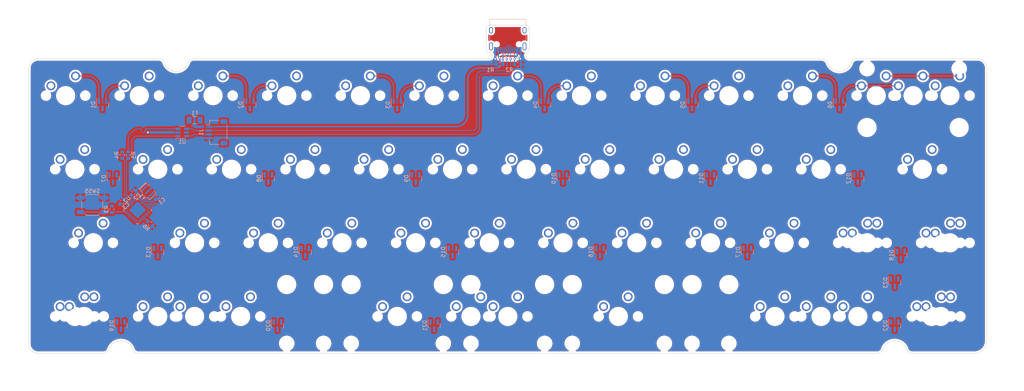
<source format=kicad_pcb>
(kicad_pcb (version 20211014) (generator pcbnew)
  (layers (0 "F.Cu" signal) (31 "B.Cu" signal) (34 "B.Paste" user) (35 "F.Paste" user) (36 "B.SilkS" user "B.Silkscreen") (37 "F.SilkS" user "F.Silkscreen") (38 "B.Mask" user) (39 "F.Mask" user) (44 "Edge.Cuts" user))
  (net 0 "")
  (net 1 "+5V")
  (net 2 "Net-(C3-Pad1)")
  (net 3 "GND")
  (net 4 "Net-(D1-Pad1)")
  (net 5 "Net-(D1-Pad2)")
  (net 6 "Net-(D1-Pad3)")
  (net 7 "Net-(D2-Pad1)")
  (net 8 "Net-(D2-Pad2)")
  (net 9 "Net-(D3-Pad1)")
  (net 10 "Net-(D3-Pad2)")
  (net 11 "Net-(D4-Pad1)")
  (net 12 "Net-(D4-Pad2)")
  (net 13 "Net-(D5-Pad1)")
  (net 14 "Net-(D5-Pad2)")
  (net 15 "Net-(D6-Pad1)")
  (net 16 "Net-(D6-Pad2)")
  (net 17 "Net-(D7-Pad1)")
  (net 18 "Net-(D7-Pad2)")
  (net 19 "Net-(D10-Pad3)")
  (net 20 "Net-(D8-Pad1)")
  (net 21 "Net-(D8-Pad2)")
  (net 22 "Net-(D9-Pad1)")
  (net 23 "Net-(D9-Pad2)")
  (net 24 "Net-(D10-Pad1)")
  (net 25 "Net-(D10-Pad2)")
  (net 26 "Net-(D11-Pad1)")
  (net 27 "Net-(D11-Pad2)")
  (net 28 "Net-(D12-Pad1)")
  (net 29 "Net-(D12-Pad2)")
  (net 30 "Net-(D13-Pad1)")
  (net 31 "Net-(D13-Pad2)")
  (net 32 "Net-(D13-Pad3)")
  (net 33 "Net-(D14-Pad1)")
  (net 34 "Net-(D14-Pad2)")
  (net 35 "Net-(D15-Pad1)")
  (net 36 "Net-(D15-Pad2)")
  (net 37 "Net-(D16-Pad1)")
  (net 38 "Net-(D16-Pad2)")
  (net 39 "Net-(D17-Pad1)")
  (net 40 "Net-(D17-Pad2)")
  (net 41 "Net-(D18-Pad1)")
  (net 42 "Net-(D18-Pad2)")
  (net 43 "Net-(D19-Pad1)")
  (net 44 "Net-(D19-Pad2)")
  (net 45 "Net-(D19-Pad3)")
  (net 46 "Net-(D20-Pad1)")
  (net 47 "Net-(D21-Pad1)")
  (net 48 "Net-(D21-Pad2)")
  (net 49 "Net-(D23-Pad1)")
  (net 50 "Net-(D23-Pad2)")
  (net 51 "VCC")
  (net 52 "UD-")
  (net 53 "UD+")
  (net 55 "Net-(J2-PadB5)")
  (net 57 "Net-(J2-PadA5)")
  (net 59 "RESET")
  (net 60 "Net-(R4-Pad2)")
  (net 61 "Net-(SW1-Pad1)")
  (net 62 "Net-(SW10-Pad2)")
  (net 63 "Net-(SW11-Pad1)")
  (net 64 "Net-(SW12-Pad2)")
  (net 65 "D+")
  (net 66 "D-")
  (net 67 "Net-(U2-Pad1)")
  (net 68 "Net-(U2-Pad2)")
  (net 69 "unconnected-(U2-Pad5)")
  (net 70 "unconnected-(U2-Pad6)")
  (net 71 "unconnected-(U2-Pad7)")
  (net 72 "unconnected-(U2-Pad8)")
  (net 90 "Net-(D22-Pad1)")
  (net 91 "Net-(D22-Pad2)")
  (net 92 "Net-(SW15-Pad2)")
  (net 93 "Net-(SW16-Pad1)")
  (net 94 "Net-(SW17-Pad2)")
  (net 95 "Net-(SW18-Pad1)")
  (net 96 "Net-(SW19-Pad2)")
  (net 97 "Net-(SW20-Pad1)")
  (net 98 "Net-(SW21-Pad2)")
  (net 99 "Net-(SW22-Pad1)")
  (net 100 "Net-(R5-Pad1)")
  (net 101 "Net-(R6-Pad1)")
  (footprint "marbastlib-mx:SW_MX_1u" (layer "F.Cu") (at 65.087501 60.325)
    (fp_text reference "SW15" hide)
    (fp_text value "MX_SW_solder" hide)
  )
  (footprint "marbastlib-mx:SW_MX_1u" (layer "F.Cu") (at 117.475001 41.275)
    (fp_text reference "SW5" hide)
    (fp_text value "MX_SW_solder" hide)
  )
  (footprint "marbastlib-mx:STAB_MX_2u" (layer "F.Cu") (at 184.15 98.425 180)
    (fp_text reference "S3" hide)
    (fp_text value "MX_stab")
  )
  (footprint "marbastlib-mx:SW_MX_1u" (layer "F.Cu") (at 136.525 41.275)
    (fp_text reference "SW6" hide)
    (fp_text value "MX_SW_solder" hide)
  )
  (footprint "marbastlib-mx:SW_MX_1u" (layer "F.Cu") (at 260.350001 41.275001)
    (fp_text reference "SW13" hide)
    (fp_text value "MX_SW_solder" hide)
  )
  (footprint "marbastlib-mx:SW_MX_1.25u" (layer "F.Cu") (at 43.65625 98.425001)
    (fp_text reference "SW39" hide)
    (fp_text value "MX_SW_solder" hide)
  )
  (footprint "marbastlib-mx:SW_MX_1u" (layer "F.Cu") (at 246.0625 98.425001)
    (fp_text reference "SW45" hide)
    (fp_text value "MX_SW_solder" hide)
  )
  (footprint "marbastlib-mx:SW_MX_1.25u" (layer "F.Cu") (at 86.518751 98.425001)
    (fp_text reference "SW41" hide)
    (fp_text value "MX_SW_solder" hide)
  )
  (footprint "marbastlib-mx:SW_MX_1u" (layer "F.Cu") (at 93.6625 79.375)
    (fp_text reference "SW28" hide)
    (fp_text value "MX_SW_solder" hide)
  )
  (footprint "marbastlib-mx:SW_MX_1u" (layer "F.Cu") (at 150.812501 79.375)
    (fp_text reference "SW31" hide)
    (fp_text value "MX_SW_solder" hide)
  )
  (footprint "marbastlib-mx:SW_MX_1.5u" (layer "F.Cu") (at 74.6125 98.425)
    (fp_text reference "SW49" hide)
    (fp_text value "MX_SW_solder" hide)
  )
  (footprint "marbastlib-mx:STAB_MX_2u" (layer "F.Cu") (at 127 98.425001 180)
    (fp_text reference "S4" hide)
    (fp_text value "MX_stab")
  )
  (footprint "marbastlib-mx:SW_MX_1u" (layer "F.Cu") (at 269.875001 41.275001)
    (fp_text reference "SW25" hide)
    (fp_text value "MX_SW_solder" hide)
  )
  (footprint "marbastlib-mx:SW_MX_1.25u" (layer "F.Cu") (at 267.493751 79.375)
    (fp_text reference "SW54" hide)
    (fp_text value "MX_SW_solder" hide)
  )
  (footprint "marbastlib-mx:SW_MX_1u" (layer "F.Cu") (at 246.0625 79.375001)
    (fp_text reference "SW38" hide)
    (fp_text value "MX_SW_solder" hide)
  )
  (footprint "marbastlib-mx:SW_MX_1u" (layer "F.Cu") (at 231.775 41.275)
    (fp_text reference "SW11" hide)
    (fp_text value "MX_SW_solder" hide)
  )
  (footprint "marbastlib-mx:SW_MX_1u" (layer "F.Cu") (at 227.0125 79.375001)
    (fp_text reference "SW35" hide)
    (fp_text value "MX_SW_solder" hide)
  )
  (footprint "marbastlib-mx:SW_MX_1u" (layer "F.Cu") (at 141.287501 60.325)
    (fp_text reference "SW19" hide)
    (fp_text value "MX_SW_solder" hide)
  )
  (footprint "marbastlib-mx:SW_MX_1u" (layer "F.Cu") (at 146.05 98.425001)
    (fp_text reference "SW50" hide)
    (fp_text value "MX_SW_solder" hide)
  )
  (footprint "marbastlib-mx:SW_MX_1u" (layer "F.Cu") (at 98.425 41.275001)
    (fp_text reference "SW4" hide)
    (fp_text value "MX_SW_solder" hide)
  )
  (footprint "marbastlib-mx:SW_MX_1.25u" (layer "F.Cu") (at 43.656251 60.325)
    (fp_text reference "SW14" hide)
    (fp_text value "MX_SW_solder" hide)
  )
  (footprint "marbastlib-mx:SW_MX_1u" (layer "F.Cu") (at 65.087501 98.425)
    (fp_text reference "SW40" hide)
    (fp_text value "MX_SW_solder" hide)
  )
  (footprint "marbastlib-mx:SW_MX_1.75u" (layer "F.Cu") (at 262.731251 60.325)
    (fp_text reference "SW37" hide)
    (fp_text value "MX_SW_solder" hide)
  )
  (footprint "marbastlib-mx:SW_MX_1u" (layer "F.Cu") (at 127 98.425001)
    (fp_text reference "SW42" hide)
    (fp_text value "MX_SW_solder" hide)
  )
  (footprint "marbastlib-mx:SW_MX_1.5u" (layer "F.Cu") (at 236.5375 98.425001)
    (fp_text reference "SW52" hide)
    (fp_text value "MX_SW_solder" hide)
  )
  (footprint "marbastlib-mx:SW_MX_1u" (layer "F.Cu") (at 160.337501 60.325)
    (fp_text reference "SW20" hide)
    (fp_text value "MX_SW_solder" hide)
  )
  (footprint "marbastlib-mx:SW_MX_1.75u" (layer "F.Cu") (at 48.418751 79.375)
    (fp_text reference "SW26" hide)
    (fp_text value "MX_SW_solder" hide)
  )
  (footprint "marbastlib-mx:STAB_MX_2u" (layer "F.Cu") (at 260.350001 41.275001)
    (fp_text reference "S6" hide)
    (fp_text value "MX_stab")
  )
  (footprint "marbastlib-mx:SW_MX_1u" (layer "F.Cu") (at 250.825001 41.275001)
    (fp_text reference "SW12" hide)
    (fp_text value "MX_SW_solder" hide)
  )
  (footprint "marbastlib-mx:SW_MX_1u" (layer "F.Cu") (at 155.575 98.425001)
    (fp_text reference "SW51" hide)
    (fp_text value "MX_SW_solder" hide)
  )
  (footprint "marbastlib-mx:SW_MX_1u" (layer "F.Cu") (at 41.275001 41.275001)
    (fp_text reference "SW1" hide)
    (fp_text value "MX_SW_solder" hide)
  )
  (footprint "marbastlib-mx:STAB_MX_7u" (layer "F.Cu") (at 155.575 98.425001 180)
    (fp_text reference "S7" hide)
    (fp_text value "MX_stab")
  )
  (footprint "marbastlib-mx:SW_MX_1u" (layer "F.Cu") (at 193.675 41.275001)
    (fp_text reference "SW9" hide)
    (fp_text value "MX_SW_solder" hide)
  )
  (footprint "marbastlib-mx:SW_MX_1u" (layer "F.Cu") (at 131.7625 79.375001)
    (fp_text reference "SW30" hide)
    (fp_text value "MX_SW_solder" hide)
  )
  (footprint "marbastlib-mx:SW_MX_1u" (layer "F.Cu") (at 179.3875 60.325)
    (fp_text reference "SW21" hide)
    (fp_text value "MX_SW_solder" hide)
  )
  (footprint "marbastlib-mx:SW_MX_1.25u" (layer "F.Cu") (at 267.49375 98.425001)
    (fp_text reference "SW46" hide)
    (fp_text value "MX_SW_solder" hide)
  )
  (footprint "marbastlib-mx:STAB_MX_3u" (layer "F.Cu") (at 127 98.425001 180)
    (fp_text reference "S1" hide)
    (fp_text value "MX_stab")
  )
  (footprint "marbastlib-mx:SW_MX_1u" (layer "F.Cu") (at 269.875001 79.375)
    (fp_text reference "SW47" hide)
    (fp_text value "MX_SW_solder" hide)
  )
  (footprint "marbastlib-mx:SW_MX_1.25u" (layer "F.Cu") (at 224.63125 98.425001)
    (fp_text reference "SW44" hide)
    (fp_text value "MX_SW_solder" hide)
  )
  (footprint "marbastlib-mx:SW_MX_1u" (layer "F.Cu") (at 198.4375 60.325)
    (fp_text reference "SW22" hide)
    (fp_text value "MX_SW_solder" hide)
  )
  (footprint "marbastlib-mx:SW_MX_1u" (layer "F.Cu") (at 236.537501 60.325)
    (fp_text reference "SW24" hide)
    (fp_text value "MX_SW_solder" hide)
  )
  (footprint "marbastlib-mx:SW_MX_1.5u" (layer "F.Cu") (at 265.1125 98.425001)
    (fp_text reference "SW53" hide)
    (fp_text value "MX_SW_solder" hide)
  )
  (footprint "marbastlib-mx:STAB_MX_3u" (layer "F.Cu") (at 184.15 98.425 180)
    (fp_text reference "S2" hide)
    (fp_text value "MX_stab")
  )
  (footprint "marbastlib-mx:SW_MX_1u" (layer "F.Cu") (at 212.725 41.275001)
    (fp_text reference "SW10" hide)
    (fp_text value "MX_SW_solder" hide)
  )
  (footprint "marbastlib-mx:SW_MX_1u" (layer "F.Cu") (at 188.9125 79.375)
    (fp_text reference "SW33" hide)
    (fp_text value "MX_SW_solder" hide)
  )
  (footprint "marbastlib-mx:SW_MX_1u" (layer "F.Cu") (at 155.575001 41.275001)
    (fp_text reference "SW7" hide)
    (fp_text value "MX_SW_solder" hide)
  )
  (footprint "marbastlib-mx:SW_MX_1u" (layer "F.Cu") (at 217.4875 60.325)
    (fp_text reference "SW23" hide)
    (fp_text value "MX_SW_solder" hide)
  )
  (footprint "marbastlib-mx:SW_MX_1u" (layer "F.Cu") (at 207.9625 79.375)
    (fp_text reference "SW34" hide)
    (fp_text value "MX_SW_solder" hide)
  )
  (footprint "marbastlib-mx:SW_MX_1.5u" (layer "F.Cu") (at 46.0375 98.425001)
    (fp_text reference "SW48" hide)
    (fp_text value "MX_SW_solder" hide)
  )
  (footprint "marbastlib-mx:SW_MX_1u" (layer "F.Cu") (at 60.325001 41.275001)
    (fp_text reference "SW2" hide)
    (fp_text value "MX_SW_solder" hide)
  )
  (footprint "marbastlib-mx:SW_MX_1u" (layer "F.Cu") (at 169.862501 79.375)
    (fp_text reference "SW32" hide)
    (fp_text value "MX_SW_solder" hide)
  )
  (footprint "marbastlib-mx:SW_MX_1u" (layer "F.Cu") (at 174.625 41.275001)
    (fp_text reference "SW8" hide)
    (fp_text value "MX_SW_solder" hide)
  )
  (footprint "marbastlib-mx:SW_MX_1u" (layer "F.Cu") (at 122.2375 60.325)
    (fp_text reference "SW18" hide)
    (fp_text value "MX_SW_solder" hide)
  )
  (footprint "marbastlib-mx:SW_MX_1u" (layer "F.Cu") (at 184.15 98.425)
    (fp_text reference "SW43" hide)
    (fp_text value "MX_SW_solder" hide)
  )
  (footprint "marbastlib-mx:SW_MX_1u" (layer "F.Cu") (at 79.375 41.275001)
    (fp_text reference "SW3" hide)
    (fp_text value "MX_SW_solder" hide)
  )
  (footprint "marbastlib-mx:STAB_MX_6u" (layer "F.Cu") (at 155.575 98.425001 180)
    (fp_text reference "S5" hide)
    (fp_text value "MX_stab")
  )
  (footprint "marbastlib-mx:SW_MX_1u" (layer "F.Cu") (at 74.6125 79.375)
    (fp_text reference "SW27" hide)
    (fp_text value "MX_SW_solder" hide)
  )
  (footprint "marbastlib-mx:SW_MX_1u" (layer "F.Cu") (at 103.1875 60.325)
    (fp_text reference "SW17" hide)
    (fp_text value "MX_SW_solder" hide)
  )
  (footprint "marbastlib-mx:SW_MX_1u" (layer "F.Cu") (at 84.1375 60.325)
    (fp_text reference "SW16" hide)
    (fp_text value "MX_SW_solder" hide)
  )
  (footprint "marbastlib-mx:SW_MX_1u" (layer "F.Cu") (at 112.712501 79.375001)
    (fp_text reference "SW29" hide)
    (fp_text value "MX_SW_solder" hide)
  )
  (footprint "marbastlib-mx:SW_MX_1.25u" (layer "F.Cu") (at 248.44375 79.375001)
    (fp_text reference "SW36" hide)
    (fp_text value "MX_SW_solder" hide)
  )
  (footprint "Crystal:Resonator_SMD_Murata_CSTxExxV-3Pin_3.0x1.1mm" (layer "B.Cu") (at 62.53625 66.04625 -45)
    (fp_text reference "Y1")
    (fp_text value "16 MHz")
  )
  (footprint "Package_TO_SOT_SMD:SOT-23" (layer "B.Cu") (at 131.762501 62.70625 -90)
    (fp_text reference "D9")
    (fp_text value "BAT54C")
  )
  (footprint "Package_TO_SOT_SMD:SOT-23" (layer "B.Cu") (at 50.800001 43.656251 -90)
    (fp_text reference "D1")
    (fp_text value "BAT54C")
  )
  (footprint "Package_TO_SOT_SMD:SOT-23" (layer "B.Cu") (at 255.5875 100.806251 -90)
    (fp_text reference "D22")
    (fp_text value "BAT54C")
  )
  (footprint "Package_TO_SOT_SMD:SOT-23" (layer "B.Cu") (at 207.9625 62.70625 -90)
    (fp_text reference "D11")
    (fp_text value "BAT54C")
  )
  (footprint "Resistor_SMD:R_0603_1608Metric" (layer "B.Cu") (at 57.45 56.67 90)
    (fp_text reference "R5")
    (fp_text value "10k")
  )
  (footprint "Package_TO_SOT_SMD:SOT-23" (layer "B.Cu") (at 165.100001 43.656251 -90)
    (fp_text reference "D4")
    (fp_text value "BAT54C")
  )
  (footprint "Connector_USB:USB_C_Receptacle_HRO_TYPE-C-31-M-12" (layer "B.Cu") (at 155.575 25.4)
    (fp_text reference "J2")
    (fp_text value "USB_C_Receptacle_USB2.0")
  )
  (footprint "Package_TO_SOT_SMD:SOT-23" (layer "B.Cu") (at 203.2 43.656251 -90)
    (fp_text reference "D5")
    (fp_text value "BAT54C")
  )
  (footprint "Package_TO_SOT_SMD:SOT-23" (layer "B.Cu") (at 55.5625 100.806251 -90)
    (fp_text reference "D19")
    (fp_text value "BAT54C")
  )
  (footprint "Package_TO_SOT_SMD:SOT-23" (layer "B.Cu") (at 246.062501 62.70625 -90)
    (fp_text reference "D12")
    (fp_text value "BAT54C")
  )
  (footprint "Package_DFN_QFN:QFN-32-1EP_5x5mm_P0.5mm_EP3.1x3.1mm" (layer "B.Cu") (at 59.862841 70.858937 -135)
    (fp_text reference "U2")
    (fp_text value "ATmega32U2-M")
  )
  (footprint "Package_TO_SOT_SMD:SOT-23" (layer "B.Cu") (at 179.3875 81.75625 -90)
    (fp_text reference "D16")
    (fp_text value "BAT54C")
  )
  (footprint "Resistor_SMD:R_0603_1608Metric" (layer "B.Cu") (at 158.15 33.21)
    (fp_text reference "R2")
    (fp_text value "5.1k")
  )
  (footprint "Package_TO_SOT_SMD:SOT-23" (layer "B.Cu") (at 127 43.65625 -90)
    (fp_text reference "D3")
    (fp_text value "BAT54C")
  )
  (footprint "Capacitor_SMD:C_0603_1608Metric" (layer "B.Cu") (at 58.796251 66.47625 45)
    (fp_text reference "C2")
    (fp_text value "10u")
  )
  (footprint "Package_TO_SOT_SMD:SOT-23" (layer "B.Cu") (at 93.6625 62.70625 -90)
    (fp_text reference "D8")
    (fp_text value "BAT54C")
  )
  (footprint "Package_TO_SOT_SMD:SOT-23" (layer "B.Cu") (at 217.487501 81.756251 -90)
    (fp_text reference "D17")
    (fp_text value "BAT54C")
  )
  (footprint "Package_TO_SOT_SMD:SOT-23" (layer "B.Cu") (at 96.043751 100.806251 -90)
    (fp_text reference "D20")
    (fp_text value "BAT54C")
  )
  (footprint "Button_Switch_SMD:SW_SPST_SKQG_WithStem" (layer "B.Cu") (at 48.16 69.56 180)
    (fp_text reference "SW55")
    (fp_text value "SW_Push")
  )
  (footprint "Capacitor_SMD:C_0603_1608Metric" (layer "B.Cu") (at 55.87625 68.786251 45)
    (fp_text reference "C3")
    (fp_text value "1u")
  )
  (footprint "Package_TO_SOT_SMD:SOT-23-6" (layer "B.Cu") (at 71.41 50.79)
    (fp_text reference "U1")
    (fp_text value "USBLC6-2SC6")
  )
  (footprint "Resistor_SMD:R_0603_1608Metric" (layer "B.Cu") (at 153.5 33.21 180)
    (fp_text reference "R1")
    (fp_text value "5.1k")
  )
  (footprint "Resistor_SMD:R_0603_1608Metric" (layer "B.Cu") (at 53.23 70.69 -90)
    (fp_text reference "R3")
    (fp_text value "10k")
  )
  (footprint "Package_TO_SOT_SMD:SOT-23" (layer "B.Cu") (at 141.2875 81.756251 -90)
    (fp_text reference "D15")
    (fp_text value "BAT54C")
  )
  (footprint "Package_TO_SOT_SMD:SOT-23" (layer "B.Cu") (at 255.5875 89.693751 -90)
    (fp_text reference "D23")
    (fp_text value "BAT54C")
  )
  (footprint "Resistor_SMD:R_0603_1608Metric" (layer "B.Cu") (at 63.08625 74.416251 -45)
    (fp_text reference "R6")
    (fp_text value "10k")
  )
  (footprint "Fuse:Fuse_1206_3216Metric" (layer "B.Cu") (at 74.6125 47.625 180)
    (fp_text reference "F1")
    (fp_text value "500 mA")
  )
  (footprint "Package_TO_SOT_SMD:SOT-23" (layer "B.Cu") (at 103.187501 81.756251 -90)
    (fp_text reference "D14")
    (fp_text value "BAT54C")
  )
  (footprint "Package_TO_SOT_SMD:SOT-23" (layer "B.Cu") (at 169.862501 62.70625 -90)
    (fp_text reference "D10")
    (fp_text value "BAT54C")
  )
  (footprint "Package_TO_SOT_SMD:SOT-23" (layer "B.Cu") (at 53.538518 62.70625 -90)
    (fp_text reference "D7")
    (fp_text value "BAT54C")
  )
  (footprint "Package_TO_SOT_SMD:SOT-23" (layer "B.Cu") (at 88.9 43.656251 -90)
    (fp_text reference "D2")
    (fp_text value "BAT54C")
  )
  (footprint "Connector_JST:JST_SH_SM04B-SRSS-TB_1x04-1MP_P1.00mm_Horizontal" (layer "B.Cu") (at 80.29 50.79 -90)
    (fp_text reference "J1")
    (fp_text value "Conn_01x04")
  )
  (footprint "Package_TO_SOT_SMD:SOT-23" (layer "B.Cu") (at 257.175001 82.55 -90)
    (fp_text reference "D18")
    (fp_text value "BAT54C")
  )
  (footprint "Package_TO_SOT_SMD:SOT-23" (layer "B.Cu") (at 136.525 100.806251 -90)
    (fp_text reference "D21")
    (fp_text value "BAT54C")
  )
  (footprint "Capacitor_SMD:C_0603_1608Metric" (layer "B.Cu") (at 65.11 67.53 45)
    (fp_text reference "C1")
    (fp_text value ".1u")
  )
  (footprint "Package_TO_SOT_SMD:SOT-23" (layer "B.Cu") (at 241.3 43.65625 -90)
    (fp_text reference "D6")
    (fp_text value "BAT54C")
  )
  (footprint "Resistor_SMD:R_0603_1608Metric" (layer "B.Cu") (at 55.93 56.67 -90)
    (fp_text reference "R4")
    (fp_text value "10k")
  )
  (footprint "Package_TO_SOT_SMD:SOT-23" (layer "B.Cu") (at 65.087501 81.75625 -90)
    (fp_text reference "D13")
    (fp_text value "BAT54C")
  )
  (gr_arc (start 150.8125 30.1625) (mid 151.60625 30.95625) (end 150.8125 31.75) (layer "Edge.Cuts") (width 0.1))
  (gr_line (start 260.117516 107.95) (end 276.225 107.95) (layer "Edge.Cuts") (width 0.1))
  (gr_arc (start 52.3875 107.15625) (mid 51.817676 107.736953) (end 51.032484 107.95) (layer "Edge.Cuts") (width 0.1))
  (gr_arc (start 236.5375 31.75) (mid 237.424939 31.959496) (end 238.125 32.54375) (layer "Edge.Cuts") (width 0.1))
  (gr_line (start 150.8125 31.75) (end 74.380016 31.75) (layer "Edge.Cuts") (width 0.1))
  (gr_line (start 236.5375 31.75) (end 161.131251 31.750001) (layer "Edge.Cuts") (width 0.1))
  (gr_arc (start 279.4 104.775) (mid 278.470064 107.020065) (end 276.225 107.95) (layer "Edge.Cuts") (width 0.1))
  (gr_arc (start 260.117516 107.95) (mid 259.332324 107.736954) (end 258.7625 107.15625) (layer "Edge.Cuts") (width 0.1))
  (gr_arc (start 160.433799 23.01875) (mid 160.926972 23.223029) (end 161.131251 23.716202) (layer "Edge.Cuts") (width 0.1))
  (gr_arc (start 73.025 32.54375) (mid 73.594824 31.963046) (end 74.380016 31.75) (layer "Edge.Cuts") (width 0.1))
  (gr_line (start 60.092516 107.95) (end 251.057484 107.95) (layer "Edge.Cuts") (width 0.1))
  (gr_line (start 161.131251 29.368751) (end 161.131251 23.716202) (layer "Edge.Cuts") (width 0.1))
  (gr_arc (start 244.475 32.54375) (mid 245.044824 31.963046) (end 245.830016 31.75) (layer "Edge.Cuts") (width 0.1))
  (gr_arc (start 161.131251 31.750001) (mid 160.30183 31.134744) (end 160.650001 30.162501) (layer "Edge.Cuts") (width 0.1))
  (gr_line (start 65.319984 31.75) (end 34.13125 31.75) (layer "Edge.Cuts") (width 0.1))
  (gr_arc (start 252.4125 107.15625) (mid 255.5875 104.686805) (end 258.7625 107.15625) (layer "Edge.Cuts") (width 0.1))
  (gr_arc (start 277.01875 31.750001) (mid 278.702548 32.447453) (end 279.4 34.131251) (layer "Edge.Cuts") (width 0.1))
  (gr_arc (start 60.092516 107.95) (mid 59.307324 107.736954) (end 58.7375 107.15625) (layer "Edge.Cuts") (width 0.1))
  (gr_arc (start 150.01875 23.8125) (mid 150.251234 23.251234) (end 150.8125 23.01875) (layer "Edge.Cuts") (width 0.1))
  (gr_arc (start 150.8125 30.1625) (mid 150.251234 29.930016) (end 150.01875 29.36875) (layer "Edge.Cuts") (width 0.1))
  (gr_arc (start 244.475 32.54375) (mid 241.3 35.013194) (end 238.125 32.54375) (layer "Edge.Cuts") (width 0.1))
  (gr_line (start 279.4 104.775) (end 279.4 34.131251) (layer "Edge.Cuts") (width 0.1))
  (gr_arc (start 34.13125 107.95) (mid 32.447453 107.252548) (end 31.75 105.568751) (layer "Edge.Cuts") (width 0.1))
  (gr_line (start 34.13125 107.95) (end 51.032484 107.95) (layer "Edge.Cuts") (width 0.1))
  (gr_arc (start 52.3875 107.15625) (mid 55.5625 104.686805) (end 58.7375 107.15625) (layer "Edge.Cuts") (width 0.1))
  (gr_arc (start 31.75 34.13125) (mid 32.447452 32.447452) (end 34.13125 31.75) (layer "Edge.Cuts") (width 0.1))
  (gr_line (start 150.01875 29.36875) (end 150.01875 23.8125) (layer "Edge.Cuts") (width 0.1))
  (gr_arc (start 65.319984 31.75) (mid 66.105176 31.963047) (end 66.675 32.54375) (layer "Edge.Cuts") (width 0.1))
  (gr_arc (start 161.131251 29.368751) (mid 161.001542 29.832874) (end 160.650001 30.162501) (layer "Edge.Cuts") (width 0.1))
  (gr_line (start 277.01875 31.750001) (end 245.830016 31.750001) (layer "Edge.Cuts") (width 0.1))
  (gr_arc (start 252.4125 107.15625) (mid 251.842676 107.736953) (end 251.057484 107.95) (layer "Edge.Cuts") (width 0.1))
  (gr_arc (start 73.025 32.54375) (mid 69.85 35.013194) (end 66.675 32.54375) (layer "Edge.Cuts") (width 0.1))
  (gr_line (start 160.433799 23.01875) (end 150.8125 23.01875) (layer "Edge.Cuts") (width 0.1))
  (gr_line (start 31.75 105.568751) (end 31.75 34.13125) (layer "Edge.Cuts") (width 0.1))
  (segment (start 58.248242 67.024259) (end 58.248243 67.476572) (width 0.25) (layer "B.Cu") (net 1))
  (segment (start 61.409637 68.958588) (end 61.752462 68.615763) (width 0.25) (layer "B.Cu") (net 1))
  (segment (start 59.376705 67.897927) (end 58.503037 67.024259) (width 0.25) (layer "B.Cu") (net 1))
  (segment (start 58.248243 67.476572) (end 59.023153 68.251481) (width 0.25) (layer "B.Cu") (net 1))
  (segment (start 58.503037 67.024259) (end 58.248242 67.024259) (width 0.25) (layer "B.Cu") (net 1))
  (segment (start 64.024237 68.615763) (end 64.561992 68.078008) (width 0.25) (layer "B.Cu") (net 1))
  (segment (start 61.752462 68.615763) (end 64.024237 68.615763) (width 0.25) (layer "B.Cu") (net 1))
  (segment (start 57.148563 69.322871) (end 55.33963 69.322871) (width 0.25) (layer "B.Cu") (net 2))
  (segment (start 57.608938 69.665694) (end 57.349237 69.405993) (width 0.25) (layer "B.Cu") (net 2))
  (segment (start 55.33963 69.322871) (end 55.328243 69.334259) (width 0.25) (layer "B.Cu") (net 2))
  (arc (start 57.349237 69.405993) (mid 57.257167 69.344474) (end 57.148563 69.322871) (width 0.25) (layer "B.Cu") (net 2))
  (via (at 158.825 31.75) (size 0.8) (drill 0.4) (layers "F.Cu" "B.Cu") (net 3))
  (via (at 62.53 50.79) (size 0.8) (drill 0.4) (layers "F.Cu" "B.Cu") (net 3))
  (via (at 152.325 31.75) (size 0.8) (drill 0.4) (layers "F.Cu" "B.Cu") (net 3))
  (segment (start 61.056085 68.605035) (end 59.862842 69.798278) (width 0.25) (layer "B.Cu") (net 3))
  (segment (start 70.2725 50.79) (end 62.53 50.79) (width 0.25) (layer "B.Cu") (net 3))
  (segment (start 64.26 67.06) (end 65.58 67.06) (width 0.25) (layer "B.Cu") (net 3))
  (segment (start 59.862842 69.798278) (end 59.862841 70.858937) (width 0.25) (layer "B.Cu") (net 3))
  (segment (start 152.325 32.86) (end 152.675 33.21) (width 0.375) (layer "B.Cu") (net 3))
  (segment (start 56.888593 68.238242) (end 56.424259 68.238242) (width 0.25) (layer "B.Cu") (net 3))
  (segment (start 57.962492 69.312142) (end 59.509289 70.858938) (width 0.25) (layer "B.Cu") (net 3))
  (segment (start 61.056084 68.605034) (end 61.494875 68.166243) (width 0.25) (layer "B.Cu") (net 3))
  (segment (start 57.962492 69.312142) (end 56.888593 68.238242) (width 0.25) (layer "B.Cu") (net 3))
  (segment (start 63.166243 68.166243) (end 63.166243 68.153757) (width 0.25) (layer "B.Cu") (net 3))
  (segment (start 59.509289 70.858938) (end 59.862841 70.858937) (width 0.25) (layer "B.Cu") (net 3))
  (segment (start 152.617893 33.152893) (end 152.675 33.21) (width 0.5) (layer "B.Cu") (net 3))
  (segment (start 61.494875 68.166243) (end 63.166243 68.166243) (width 0.25) (layer "B.Cu") (net 3))
  (segment (start 158.825 33.06) (end 158.975 33.21) (width 0.375) (layer "B.Cu") (net 3))
  (segment (start 63.166243 68.153757) (end 64.26 67.06) (width 0.25) (layer "B.Cu") (net 3))
  (segment (start 158.825 29.445) (end 158.825 31.75) (width 0.375) (layer "B.Cu") (net 3))
  (segment (start 152.325 31.75) (end 152.325 32.86) (width 0.375) (layer "B.Cu") (net 3))
  (segment (start 152.325 29.445) (end 152.325 31.75) (width 0.375) (layer "B.Cu") (net 3))
  (segment (start 45.06 67.71) (end 51.26 67.71) (width 0.25) (layer "B.Cu") (net 3))
  (segment (start 158.825 31.75) (end 158.825 33.06) (width 0.375) (layer "B.Cu") (net 3))
  (segment (start 49.850001 42.718751) (end 49.850001 39.195001) (width 0.25) (layer "B.Cu") (net 4))
  (segment (start 46.850001 36.195001) (end 43.815001 36.195001) (width 0.25) (layer "B.Cu") (net 4))
  (arc (start 46.850001 36.195001) (mid 48.971321 37.073681) (end 49.850001 39.195001) (width 0.25) (layer "B.Cu") (net 4))
  (segment (start 54.750001 38.735001) (end 56.515001 38.735001) (width 0.25) (layer "B.Cu") (net 5))
  (segment (start 51.750001 42.718751) (end 51.750001 41.735001) (width 0.25) (layer "B.Cu") (net 5))
  (arc (start 54.750001 38.735001) (mid 52.628681 39.613681) (end 51.750001 41.735001) (width 0.25) (layer "B.Cu") (net 5))
  (segment (start 87.95 42.718751) (end 87.95 39.195001) (width 0.25) (layer "B.Cu") (net 7))
  (segment (start 84.95 36.195001) (end 81.915 36.195001) (width 0.25) (layer "B.Cu") (net 7))
  (arc (start 84.95 36.195001) (mid 87.07132 37.073681) (end 87.95 39.195001) (width 0.25) (layer "B.Cu") (net 7))
  (segment (start 89.85 42.718751) (end 89.85 41.735001) (width 0.25) (layer "B.Cu") (net 8))
  (segment (start 92.85 38.735001) (end 94.615 38.735001) (width 0.25) (layer "B.Cu") (net 8))
  (arc (start 92.85 38.735001) (mid 90.72868 39.613681) (end 89.85 41.735001) (width 0.25) (layer "B.Cu") (net 8))
  (segment (start 123.05 36.195) (end 120.015001 36.195) (width 0.25) (layer "B.Cu") (net 9))
  (segment (start 126.05 42.71875) (end 126.05 39.195) (width 0.25) (layer "B.Cu") (net 9))
  (arc (start 126.05 39.195) (mid 125.17132 37.07368) (end 123.05 36.195) (width 0.25) (layer "B.Cu") (net 9))
  (segment (start 127.95 42.71875) (end 127.95 41.735) (width 0.25) (layer "B.Cu") (net 10))
  (segment (start 130.95 38.735) (end 132.715 38.735) (width 0.25) (layer "B.Cu") (net 10))
  (arc (start 130.95 38.735) (mid 128.82868 39.61368) (end 127.95 41.735) (width 0.25) (layer "B.Cu") (net 10))
  (segment (start 164.150001 42.718751) (end 164.150001 39.195001) (width 0.25) (layer "B.Cu") (net 11))
  (segment (start 161.150001 36.195001) (end 158.115001 36.195001) (width 0.25) (layer "B.Cu") (net 11))
  (arc (start 164.150001 39.195001) (mid 163.271321 37.073681) (end 161.150001 36.195001) (width 0.25) (layer "B.Cu") (net 11))
  (segment (start 169.050001 38.735001) (end 170.815 38.735001) (width 0.25) (layer "B.Cu") (net 12))
  (segment (start 166.050001 42.718751) (end 166.050001 41.735001) (width 0.25) (layer "B.Cu") (net 12))
  (arc (start 169.050001 38.735001) (mid 166.928681 39.613681) (end 166.050001 41.735001) (width 0.25) (layer "B.Cu") (net 12))
  (segment (start 199.25 36.195001) (end 196.215 36.195001) (width 0.25) (layer "B.Cu") (net 13))
  (segment (start 202.25 42.718751) (end 202.25 39.195001) (width 0.25) (layer "B.Cu") (net 13))
  (arc (start 202.25 39.195001) (mid 201.37132 37.073681) (end 199.25 36.195001) (width 0.25) (layer "B.Cu") (net 13))
  (segment (start 207.15 38.735001) (end 208.915 38.735001) (width 0.25) (layer "B.Cu") (net 14))
  (segment (start 204.15 42.718751) (end 204.15 41.735001) (width 0.25) (layer "B.Cu") (net 14))
  (arc (start 204.15 41.735001) (mid 205.02868 39.613681) (end 207.15 38.735001) (width 0.25) (layer "B.Cu") (net 14))
  (segment (start 240.35 39.195) (end 240.35 42.71875) (width 0.25) (layer "B.Cu") (net 15))
  (segment (start 234.315 36.195) (end 237.35 36.195) (width 0.25) (layer "B.Cu") (net 15))
  (arc (start 237.35 36.195) (mid 239.47132 37.07368) (end 240.35 39.195) (width 0.25) (layer "B.Cu") (net 15))
  (segment (start 245.25 38.735001) (end 247.015001 38.735001) (width 0.25) (layer "B.Cu") (net 16))
  (segment (start 247.015001 38.735001) (end 256.540001 38.735001) (width 0.25) (layer "B.Cu") (net 16))
  (segment (start 242.25 42.71875) (end 242.25 41.735001) (width 0.25) (layer "B.Cu") (net 16))
  (arc (start 242.25 41.735001) (mid 243.12868 39.613681) (end 245.25 38.735001) (width 0.25) (layer "B.Cu") (net 16))
  (segment (start 154.244214 31.03) (end 157.282203 31.03) (width 0.375) (layer "F.Cu") (net 51))
  (segment (start 157.98931 31.322893) (end 158.018365 31.351948) (width 0.375) (layer "F.Cu") (net 51))
  (segment (start 153.39 31.47) (end 153.537107 31.322893) (width 0.375) (layer "F.Cu") (net 51))
  (via (at 158.018365 31.351948) (size 0.6) (drill 0.4) (layers "F.Cu" "B.Cu") (net 51))
  (via (at 153.39 31.47) (size 0.6) (drill 0.4) (layers "F.Cu" "B.Cu") (net 51))
  (arc (start 157.98931 31.322893) (mid 157.664887 31.10612) (end 157.282203 31.03) (width 0.375) (layer "F.Cu") (net 51))
  (arc (start 154.244214 31.03) (mid 153.861531 31.10612) (end 153.537107 31.322893) (width 0.375) (layer "F.Cu") (net 51))
  (segment (start 145.22 46.29) (end 145.22 37.1) (width 0.375) (layer "B.Cu") (net 51))
  (segment (start 158.025 29.445) (end 158.025 31.345313) (width 0.375) (layer "B.Cu") (net 51))
  (segment (start 153.391533 31.471533) (end 153.39 31.47) (width 0.375) (layer "B.Cu") (net 51))
  (segment (start 153.125 30.997893) (end 153.125 29.445) (width 0.375) (layer "B.Cu") (net 51))
  (segment (start 153.39 31.47) (end 153.271446 31.351446) (width 0.375) (layer "B.Cu") (net 51))
  (segment (start 153.187544 29.507544) (end 153.125 29.445) (width 0.25) (layer "B.Cu") (net 51))
  (segment (start 158.025 31.345313) (end 158.018365 31.351948) (width 0.375) (layer "B.Cu") (net 51))
  (segment (start 78.29 49.29) (end 142.22 49.29) (width 0.375) (layer "B.Cu") (net 51))
  (segment (start 153.53798 33.424998) (end 153.53798 31.825087) (width 0.375) (layer "B.Cu") (net 51))
  (segment (start 148.22 34.1) (end 152.862978 34.1) (width 0.375) (layer "B.Cu") (net 51))
  (arc (start 153.271446 31.351446) (mid 153.16306 31.189234) (end 153.125 30.997893) (width 0.375) (layer "B.Cu") (net 51))
  (arc (start 153.53798 31.825087) (mid 153.49992 31.633745) (end 153.391533 31.471533) (width 0.375) (layer "B.Cu") (net 51))
  (arc (start 145.22 46.29) (mid 144.34132 48.41132) (end 142.22 49.29) (width 0.375) (layer "B.Cu") (net 51))
  (arc (start 152.862978 34.1) (mid 153.340276 33.902296) (end 153.53798 33.424998) (width 0.375) (layer "B.Cu") (net 51))
  (arc (start 145.22 37.1) (mid 146.09868 34.97868) (end 148.22 34.1) (width 0.375) (layer "B.Cu") (net 51))
  (via (at 155.34 31.75) (size 0.6) (drill 0.3) (layers "F.Cu" "B.Cu") (net 52))
  (segment (start 74.4 50.29) (end 73.95 49.84) (width 0.2) (layer "B.Cu") (net 52))
  (segment (start 154.825 29.445) (end 154.825 30.455) (width 0.2) (layer "B.Cu") (net 52))
  (segment (start 155.34 31.75) (end 155.34 33.82) (width 0.2) (layer "B.Cu") (net 52))
  (segment (start 155.34 31.75) (end 155.34 30.97) (width 0.2) (layer "B.Cu") (net 52))
  (segment (start 73.95 49.84) (end 72.5475 49.84) (width 0.2) (layer "B.Cu") (net 52))
  (segment (start 147.47048 43.77048) (end 147.47048 49.29) (width 0.2) (layer "B.Cu") (net 52))
  (segment (start 155.34 30.97) (end 155.825 30.485) (width 0.2) (layer "B.Cu") (net 52))
  (segment (start 154.34 34.82) (end 149.157524 34.82) (width 0.2) (layer "B.Cu") (net 52))
  (segment (start 154.825 30.455) (end 155.34 30.97) (width 0.2) (layer "B.Cu") (net 52))
  (segment (start 147.47048 36.507044) (end 147.47048 43.77048) (width 0.2) (layer "B.Cu") (net 52))
  (segment (start 155.825 30.485) (end 155.825 29.445) (width 0.2) (layer "B.Cu") (net 52))
  (segment (start 78.29 50.29) (end 74.4 50.29) (width 0.2) (layer "B.Cu") (net 52))
  (segment (start 146.47048 50.29) (end 78.29 50.29) (width 0.2) (layer "B.Cu") (net 52))
  (arc (start 155.34 33.82) (mid 155.047107 34.527107) (end 154.34 34.82) (width 0.2) (layer "B.Cu") (net 52))
  (arc (start 147.47048 49.29) (mid 147.177587 49.997107) (end 146.47048 50.29) (width 0.2) (layer "B.Cu") (net 52))
  (arc (start 149.157524 34.82) (mid 147.964604 35.314124) (end 147.47048 36.507044) (width 0.2) (layer "B.Cu") (net 52))
  (via (at 156.325 31.75) (size 0.6) (drill 0.3) (layers "F.Cu" "B.Cu") (net 53))
  (segment (start 155.325 29.445) (end 155.325 28.470978) (width 0.2) (layer "B.Cu") (net 53))
  (segment (start 155.485978 28.31) (end 156.164022 28.31) (width 0.2) (layer "B.Cu") (net 53))
  (segment (start 73.94 51.74) (end 72.5475 51.74) (width 0.2) (layer "B.Cu") (net 53))
  (segment (start 156.325 31.75) (end 156.325 29.445) (width 0.2) (layer "B.Cu") (net 53))
  (segment (start 148.25 36.6) (end 148.25 49.542423) (width 0.2) (layer "B.Cu") (net 53))
  (segment (start 155.325 28.470978) (end 155.485978 28.31) (width 0.2) (layer "B.Cu") (net 53))
  (segment (start 78.29 51.29) (end 74.39 51.29) (width 0.2) (layer "B.Cu") (net 53))
  (segment (start 156.325 31.75) (end 156.325 34.6) (width 0.2) (layer "B.Cu") (net 53))
  (segment (start 156.164022 28.31) (end 156.325 28.470978) (width 0.2) (layer "B.Cu") (net 53))
  (segment (start 155.325 35.6) (end 149.25 35.6) (width 0.2) (layer "B.Cu") (net 53))
  (segment (start 146.502423 51.29) (end 78.29 51.29) (width 0.2) (layer "B.Cu") (net 53))
  (segment (start 156.325 28.470978) (end 156.325 29.445) (width 0.2) (layer "B.Cu") (net 53))
  (segment (start 74.39 51.29) (end 73.94 51.74) (width 0.2) (layer "B.Cu") (net 53))
  (arc (start 155.325 35.6) (mid 156.032107 35.307107) (end 156.325 34.6) (width 0.2) (layer "B.Cu") (net 53))
  (arc (start 148.25 49.542423) (mid 147.738147 50.778147) (end 146.502423 51.29) (width 0.2) (layer "B.Cu") (net 53))
  (arc (start 149.25 35.6) (mid 148.542893 35.892893) (end 148.25 36.6) (width 0.2) (layer "B.Cu") (net 53))
  (via (at 157.325 31.75) (size 0.6) (drill 0.3) (layers "F.Cu" "B.Cu") (net 55))
  (segment (start 157.325 29.445) (end 157.325 31.175) (width 0.25) (layer "B.Cu") (net 55))
  (segment (start 157.325 31.175) (end 157.325 33.21) (width 0.25) (layer "B.Cu") (net 55))
  (via (at 154.325 31.75) (size 0.6) (drill 0.3) (layers "F.Cu" "B.Cu") (net 57))
  (segment (start 154.325 29.445) (end 154.325 31.155) (width 0.25) (layer "B.Cu") (net 57))
  (segment (start 154.325 31.155) (end 154.325 33.21) (width 0.25) (layer "B.Cu") (net 57))
  (segment (start 53.23 71.515) (end 51.365 71.515) (width 0.25) (layer "B.Cu") (net 59))
  (segment (start 51.365 71.515) (end 51.26 71.41) (width 0.25) (layer "B.Cu") (net 59))
  (segment (start 56.901831 71.345073) (end 53.399927 71.345073) (width 0.25) (layer "B.Cu") (net 59))
  (segment (start 53.399927 71.345073) (end 53.23 71.515) (width 0.25) (layer "B.Cu") (net 59))
  (segment (start 51.26 71.41) (end 45.06 71.41) (width 0.25) (layer "B.Cu") (net 59))
  (segment (start 56.476251 67.118793) (end 56.47625 66.49625) (width 0.2) (layer "B.Cu") (net 60))
  (segment (start 56.47625 66.49625) (end 56.47625 58.04125) (width 0.2) (layer "B.Cu") (net 60))
  (segment (start 58.316046 68.958588) (end 56.476251 67.118793) (width 0.2) (layer "B.Cu") (net 60))
  (segment (start 56.47625 58.04125) (end 55.93 57.495) (width 0.2) (layer "B.Cu") (net 60))
  (segment (start 253.365001 36.195001) (end 272.415001 36.195001) (width 0.25) (layer "B.Cu") (net 64))
  (segment (start 58.37 53.262289) (end 58.37 56.17) (width 0.2) (layer "B.Cu") (net 65))
  (segment (start 70.2725 51.74) (end 59.892289 51.74) (width 0.2) (layer "B.Cu") (net 65))
  (segment (start 57.87 56.67) (end 56.43 56.67) (width 0.2) (layer "B.Cu") (net 65))
  (segment (start 55.93 56.17) (end 55.93 55.845) (width 0.2) (layer "B.Cu") (net 65))
  (arc (start 55.93 56.17) (mid 56.076447 56.523553) (end 56.43 56.67) (width 0.2) (layer "B.Cu") (net 65))
  (arc (start 58.37 56.17) (mid 58.223553 56.523553) (end 57.87 56.67) (width 0.2) (layer "B.Cu") (net 65))
  (arc (start 58.37 53.262289) (mid 58.815868 52.185868) (end 59.892289 51.74) (width 0.2) (layer "B.Cu") (net 65))
  (segment (start 60.9 50.29) (end 60.9 50.39) (width 0.2) (layer "B.Cu") (net 66))
  (segment (start 62.25 49.84) (end 65.071415 49.84) (width 0.2) (layer "B.Cu") (net 66))
  (segment (start 65.071415 49.84) (end 70.2725 49.84) (width 0.2) (layer "B.Cu") (net 66))
  (segment (start 61.8 50.39) (end 61.8 50.29) (width 0.2) (layer "B.Cu") (net 66))
  (segment (start 57.45 55.685) (end 57.45 52.84) (width 0.2) (layer "B.Cu") (net 66))
  (arc (start 60.9 50.39) (mid 61.031802 50.708198) (end 61.35 50.84) (width 0.2) (layer "B.Cu") (net 66))
  (arc (start 60.45 49.84) (mid 60.768198 49.971802) (end 60.9 50.29) (width 0.2) (layer "B.Cu") (net 66))
  (arc (start 57.45 52.84) (mid 58.32868 50.71868) (end 60.45 49.84) (width 0.2) (layer "B.Cu") (net 66))
  (arc (start 61.8 50.29) (mid 61.931802 49.971802) (end 62.25 49.84) (width 0.2) (layer "B.Cu") (net 66))
  (arc (start 61.35 50.84) (mid 61.668198 50.708198) (end 61.8 50.39) (width 0.2) (layer "B.Cu") (net 66))
  (segment (start 60.348977 67.897927) (end 60.84 67.406904) (width 0.25) (layer "B.Cu") (net 67))
  (segment (start 60.348977 67.897927) (end 60.537107 67.709797) (width 0.25) (layer "B.Cu") (net 67))
  (segment (start 60.84 67.406904) (end 60.84 66.045444) (width 0.25) (layer "B.Cu") (net 67))
  (segment (start 61.554793 65.330652) (end 61.587723 65.297722) (width 0.25) (layer "B.Cu") (net 67))
  (segment (start 60.84 66.045444) (end 61.687722 65.197722) (width 0.25) (layer "B.Cu") (net 67))
  (segment (start 62.562833 67.716723) (end 63.384778 66.894778) (width 0.25) (layer "B.Cu") (net 68))
  (segment (start 61.237288 67.716723) (end 62.562833 67.716723) (width 0.25) (layer "B.Cu") (net 68))
  (segment (start 60.70253 68.251481) (end 61.237288 67.716723) (width 0.25) (layer "B.Cu") (net 68))
  (segment (start 61.76319 69.312141) (end 61.76319 69.29681) (width 0.25) (layer "B.Cu") (net 69))
  (segment (start 62.671478 69.11096) (end 64.74 69.11096) (width 0.25) (layer "B.Cu") (net 70))
  (segment (start 62.116744 69.665694) (end 62.671478 69.11096) (width 0.25) (layer "B.Cu") (net 70))
  (segment (start 62.929065 69.56048) (end 65.12 69.56048) (width 0.25) (layer "B.Cu") (net 71))
  (segment (start 62.470297 70.019248) (end 62.929065 69.56048) (width 0.25) (layer "B.Cu") (net 71))
  (segment (start 62.823851 70.372801) (end 63.186652 70.01) (width 0.25) (layer "B.Cu") (net 72))
  (segment (start 63.186652 70.01) (end 65.19 70.01) (width 0.25) (layer "B.Cu") (net 72))
  (segment (start 58.669599 68.605034) (end 56.986251 66.921687) (width 0.2) (layer "B.Cu") (net 100))
  (segment (start 56.986251 57.958749) (end 57.45 57.495) (width 0.2) (layer "B.Cu") (net 100))
  (segment (start 56.986251 66.921687) (end 56.986251 57.958749) (width 0.2) (layer "B.Cu") (net 100))
  (segment (start 61.409637 72.759286) (end 62.483239 73.832888) (width 0.25) (layer "B.Cu") (net 101))
  (segment (start 62.483239 73.832888) (end 62.502887 73.832888) (width 0.25) (layer "B.Cu") (net 101))
  (zone (net 3) (net_name "GND") (layers F&B.Cu) (connect_pads (clearance 0.508)) (min_thickness 0.254) (fill yes (thermal_gap 0.508) (thermal_bridge_width 0.508))
    (polygon (pts (xy 289.02 117.71) (xy 24.3 117.71) (xy 24.3 16.52) (xy 289.02 16.52)))
  )
)
</source>
